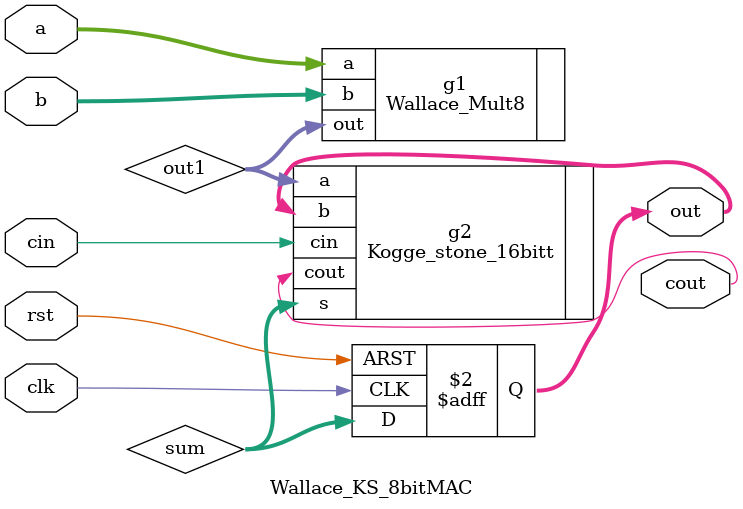
<source format=v>

module Wallace_KS_8bitMAC(
    input [7:0] a,          // 8-bit input A
    input [7:0] b,          // 8-bit input B
    input clk,
    input rst,
    input cin,              // Carry-in for the adder
    output reg [15:0] out,  // 16-bit output
    output cout             // Carry-out from the adder
);

    wire [15:0] out1;       // Output from the 8-bit Vedic multiplier
    wire [15:0] sum;

    // Instantiate 8-bit Vedic multiplier
    Wallace_Mult8 g1 (
        .a(a),
        .b(b),
        .out(out1)
    );

    // Instantiate 16-bit Kogge-Stone adder
    Kogge_stone_16bitt g2 (
        .a(out1),
        .b(out),
        .cin(cin),
        .s(sum),
        .cout(cout)
    );

    // Register output with synchronous reset
    always @(posedge clk or posedge rst) begin
        if (rst)
            out <= 16'h0;  // Reset to 16-bit zero
        else
            out <= sum;    // Update output with adder result
    end
endmodule

</source>
